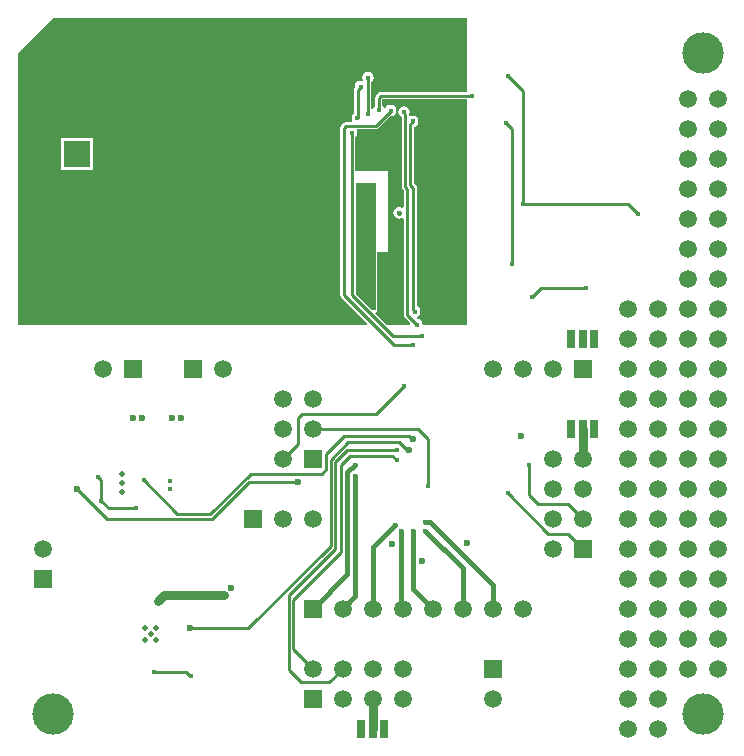
<source format=gbl>
G04*
G04 #@! TF.GenerationSoftware,Altium Limited,Altium Designer,20.1.11 (218)*
G04*
G04 Layer_Physical_Order=4*
G04 Layer_Color=16711680*
%FSLAX25Y25*%
%MOIN*%
G70*
G04*
G04 #@! TF.SameCoordinates,CF1E9CB3-0BC2-4E6C-9A0D-545EBE8527ED*
G04*
G04*
G04 #@! TF.FilePolarity,Positive*
G04*
G01*
G75*
%ADD11C,0.01000*%
%ADD85C,0.03000*%
%ADD87C,0.01500*%
%ADD91R,0.05906X0.05906*%
%ADD92C,0.05906*%
%ADD93R,0.05906X0.05906*%
%ADD94R,0.08661X0.08661*%
%ADD95C,0.08661*%
%ADD96C,0.01772*%
%ADD97C,0.02362*%
%ADD98C,0.01968*%
%ADD99C,0.02500*%
%ADD100C,0.13780*%
%ADD101R,0.03150X0.06299*%
G36*
X291339Y412122D02*
X262773D01*
X262344Y412036D01*
X261980Y411793D01*
X261980Y411793D01*
X261304Y411117D01*
X261061Y410753D01*
X260975Y410323D01*
X260975Y410323D01*
Y407547D01*
X260737Y407388D01*
X260375Y406847D01*
X260120Y406729D01*
X259792Y406671D01*
X259585Y406836D01*
Y415457D01*
X259860Y415640D01*
X260276Y416264D01*
X260423Y417000D01*
X260276Y417736D01*
X259860Y418360D01*
X259236Y418776D01*
X258500Y418923D01*
X257764Y418776D01*
X257140Y418360D01*
X256724Y417736D01*
X256577Y417000D01*
X256724Y416264D01*
X256404Y415842D01*
X256000Y415923D01*
X255264Y415776D01*
X254640Y415360D01*
X254224Y414736D01*
X254077Y414000D01*
X254139Y413688D01*
X253971Y413436D01*
X253886Y413007D01*
X253886Y413007D01*
Y404997D01*
X253624Y404823D01*
X253208Y404199D01*
X253061Y403463D01*
X253208Y402728D01*
X253265Y402641D01*
X253029Y402201D01*
X251177D01*
X250717Y402109D01*
X250328Y401849D01*
X249651Y401172D01*
X249391Y400783D01*
X249299Y400323D01*
Y344500D01*
X249391Y344041D01*
X249651Y343651D01*
X258194Y335108D01*
X258003Y334646D01*
X141732D01*
Y425197D01*
X141732D01*
X153543Y437008D01*
X291339D01*
Y412122D01*
D02*
G37*
G36*
X261000Y359000D02*
Y339500D01*
X259698D01*
X254500Y344698D01*
Y382000D01*
X261000D01*
Y359000D01*
D02*
G37*
G36*
X291339Y334646D02*
X276756D01*
X276735Y334671D01*
X276589Y335407D01*
X276172Y336031D01*
X275548Y336448D01*
X274937Y336569D01*
X274800Y336727D01*
X274785Y336840D01*
X274868Y337312D01*
X275360Y337640D01*
X275776Y338264D01*
X275923Y339000D01*
X275776Y339736D01*
X275360Y340360D01*
X274856Y340696D01*
Y380186D01*
X274764Y380645D01*
X274504Y381034D01*
X273756Y381782D01*
Y400504D01*
X274100Y400572D01*
X274724Y400989D01*
X275141Y401613D01*
X275287Y402349D01*
X275141Y403085D01*
X274724Y403708D01*
X274100Y404125D01*
X273364Y404272D01*
X272628Y404125D01*
X272318Y404519D01*
X272268Y404751D01*
X272276Y404764D01*
X272423Y405500D01*
X272276Y406236D01*
X271860Y406860D01*
X271236Y407276D01*
X270500Y407423D01*
X269764Y407276D01*
X269140Y406860D01*
X268724Y406236D01*
X268577Y405500D01*
X268724Y404764D01*
X269140Y404140D01*
X269700Y403766D01*
Y380599D01*
X269792Y380140D01*
X270052Y379750D01*
X270336Y379466D01*
Y373815D01*
X269836Y373548D01*
X269639Y373679D01*
X268903Y373826D01*
X268167Y373679D01*
X267544Y373263D01*
X267127Y372639D01*
X266980Y371903D01*
X267127Y371167D01*
X267544Y370544D01*
X268167Y370127D01*
X268903Y369980D01*
X269639Y370127D01*
X269836Y370258D01*
X270336Y369991D01*
Y337947D01*
X270427Y337488D01*
X270688Y337098D01*
X272640Y335146D01*
X272433Y334646D01*
X264552D01*
X260809Y338389D01*
X261038Y338866D01*
X261459Y339041D01*
X261649Y339500D01*
Y359000D01*
X265000D01*
Y386000D01*
X254201D01*
Y397034D01*
X254360Y397140D01*
X254776Y397764D01*
X254923Y398500D01*
X254776Y399236D01*
X254695Y399359D01*
X254930Y399799D01*
X261000D01*
X261459Y399891D01*
X261849Y400151D01*
X265812Y404114D01*
X266000Y404077D01*
X266736Y404224D01*
X267360Y404640D01*
X267776Y405264D01*
X267923Y406000D01*
X267776Y406736D01*
X267360Y407360D01*
X266736Y407776D01*
X266000Y407923D01*
X265264Y407776D01*
X264640Y407360D01*
X264336Y406904D01*
X264267Y406883D01*
X263799Y406896D01*
X263780Y406904D01*
X263456Y407388D01*
X263218Y407547D01*
Y409859D01*
X263238Y409878D01*
X291339D01*
Y334646D01*
D02*
G37*
%LPC*%
G36*
X166831Y396831D02*
X156169D01*
Y386169D01*
X166831D01*
Y396831D01*
D02*
G37*
%LPD*%
D11*
X236500Y305000D02*
X261176D01*
X270484Y314308D01*
X316000Y347000D02*
X331000D01*
X313000Y344000D02*
X316000Y347000D01*
X310000Y375000D02*
X345000D01*
X348500Y371500D01*
X310000Y375000D02*
Y412500D01*
X305000Y417500D02*
X310000Y412500D01*
X306500Y355000D02*
Y400000D01*
X304500Y402000D02*
X306500Y400000D01*
X253000Y344500D02*
X266760Y330740D01*
X276584D02*
X276619Y330705D01*
X266760Y330740D02*
X276584D01*
X253000Y344500D02*
Y398500D01*
X250500Y344500D02*
X267000Y328000D01*
X273500D01*
X271537Y337947D02*
X274812Y334671D01*
X271537Y337947D02*
Y379963D01*
X273655Y339345D02*
X274000Y339000D01*
X273655Y339345D02*
Y380186D01*
X250500Y344500D02*
Y400323D01*
X270901Y380599D02*
X271537Y379963D01*
X272556Y381285D02*
X273655Y380186D01*
X270500Y405333D02*
Y405500D01*
X270901Y380599D02*
Y404932D01*
X270500Y405333D02*
X270901Y404932D01*
X272556Y381285D02*
Y401373D01*
X273364Y402182D02*
Y402349D01*
X272556Y401373D02*
X273364Y402182D01*
X251177Y401000D02*
X261000D01*
X250500Y400323D02*
X251177Y401000D01*
X261000D02*
X266000Y406000D01*
X255007Y403486D02*
Y413007D01*
X254984Y403463D02*
X255007Y403486D01*
Y413007D02*
X256000Y414000D01*
X262097Y406029D02*
Y410323D01*
X258463Y404959D02*
Y416963D01*
X258500Y417000D01*
X272233Y297500D02*
X273233Y296500D01*
X252500Y291000D02*
X266500D01*
X271374Y293000D02*
X272000D01*
X268988Y295386D02*
X271374Y293000D01*
X246000Y289621D02*
X251764Y295386D01*
X244500Y291500D02*
X250500Y297500D01*
X251500Y293000D02*
X268000D01*
X275000Y300000D02*
X278343Y296657D01*
X273233Y296500D02*
X273500D01*
X249500Y288000D02*
X252500Y291000D01*
X240000Y300000D02*
X275000D01*
X266500Y291000D02*
X268000Y289500D01*
X247500Y289000D02*
X251500Y293000D01*
X278343Y280842D02*
Y296657D01*
X251764Y295386D02*
X268988D01*
X250500Y297500D02*
X272233D01*
X235000Y295000D02*
Y303500D01*
X236500Y305000D01*
X262773Y411000D02*
X293000D01*
X262097Y410323D02*
X262773Y411000D01*
X169500Y276000D02*
X172000Y273500D01*
X168500Y283791D02*
X169500Y282791D01*
X168500Y283791D02*
Y284000D01*
X197791Y219000D02*
X199291Y217500D01*
X243027Y285000D02*
X244500Y286473D01*
X169500Y276000D02*
Y282791D01*
X246000Y261000D02*
Y289621D01*
X233500Y226500D02*
Y243000D01*
X244500Y286473D02*
Y291500D01*
X249500Y259000D02*
Y288000D01*
X172000Y273500D02*
X181000D01*
X199291Y217500D02*
X199500D01*
X199000Y233500D02*
X218500D01*
X230000Y290000D02*
X235000Y295000D01*
X312000Y278000D02*
X315000Y275000D01*
X183672Y282807D02*
X194919Y271561D01*
X205939D02*
X219379Y285000D01*
X206500Y270000D02*
X218675Y282175D01*
X245547Y215547D02*
X250000Y220000D01*
X232000Y219586D02*
X236038Y215547D01*
X245547D01*
X233500Y226500D02*
X240000Y220000D01*
X233500Y243000D02*
X249500Y259000D01*
X312000Y278000D02*
Y288000D01*
X305000Y278500D02*
X318500Y265000D01*
X325000Y275000D02*
X330000Y270000D01*
X232000Y244500D02*
X247500Y260000D01*
X232000Y219586D02*
Y244500D01*
X325000Y265000D02*
X330000Y260000D01*
X247500D02*
Y289000D01*
X187000Y219000D02*
X197791D01*
X171500Y270000D02*
X206500D01*
X219379Y285000D02*
X243027D01*
X218675Y282175D02*
X235000D01*
X318500Y265000D02*
X325000D01*
X315000Y275000D02*
X325000D01*
X194919Y271561D02*
X205939D01*
X161547Y279953D02*
X171500Y270000D01*
X218500Y233500D02*
X246000Y261000D01*
D85*
X190352Y244352D02*
X210352D01*
X188500Y242500D02*
X190352Y244352D01*
X260000Y200000D02*
Y210000D01*
X330000Y290000D02*
Y300000D01*
D87*
X268806Y372000D02*
X268903Y371903D01*
X251500Y285469D02*
X254000Y287968D01*
X251500Y251500D02*
Y285469D01*
X269500Y266000D02*
X269552Y265948D01*
X277552Y268948D02*
X279052D01*
X277500Y269000D02*
X277552Y268948D01*
X250000Y240000D02*
X254181Y244181D01*
X269552Y240448D02*
X270000Y240000D01*
X290000D02*
Y253563D01*
X300000Y240000D02*
Y248000D01*
X260000Y240000D02*
Y260500D01*
X269552Y240448D02*
Y265948D01*
X273500Y246500D02*
Y266000D01*
X254181Y244181D02*
Y284181D01*
X240000Y240000D02*
X251500Y251500D01*
X273500Y246500D02*
X280000Y240000D01*
X277563Y266000D02*
X290000Y253563D01*
X260000Y260500D02*
X267500Y268000D01*
X279052Y268948D02*
X300000Y248000D01*
D91*
X220000Y270000D02*
D03*
X240000Y210000D02*
D03*
Y240000D02*
D03*
X180000Y320000D02*
D03*
X200000D02*
D03*
X330000D02*
D03*
D92*
X230000Y270000D02*
D03*
X240000D02*
D03*
X300000Y210000D02*
D03*
X230000Y290000D02*
D03*
X240000Y300000D02*
D03*
X230000D02*
D03*
X240000Y310000D02*
D03*
X230000D02*
D03*
X375000Y220000D02*
D03*
X365000D02*
D03*
X375000Y230000D02*
D03*
X365000D02*
D03*
X375000Y240000D02*
D03*
X365000D02*
D03*
X375000Y250000D02*
D03*
X365000D02*
D03*
X375000Y260000D02*
D03*
X365000D02*
D03*
X375000Y270000D02*
D03*
X365000D02*
D03*
X375000Y280000D02*
D03*
X365000D02*
D03*
X375000Y290000D02*
D03*
X365000D02*
D03*
X375000Y300000D02*
D03*
X365000D02*
D03*
X375000Y310000D02*
D03*
X365000D02*
D03*
X375000Y320000D02*
D03*
X365000D02*
D03*
X375000Y330000D02*
D03*
X365000D02*
D03*
X375000Y340000D02*
D03*
X365000D02*
D03*
X375000Y350000D02*
D03*
X365000D02*
D03*
X375000Y360000D02*
D03*
X365000D02*
D03*
X375000Y370000D02*
D03*
X365000D02*
D03*
X375000Y380000D02*
D03*
X365000D02*
D03*
X375000Y390000D02*
D03*
X365000D02*
D03*
X375000Y400000D02*
D03*
X365000D02*
D03*
X375000Y410000D02*
D03*
X365000D02*
D03*
X345000Y340000D02*
D03*
X355000D02*
D03*
X345000Y330000D02*
D03*
X355000D02*
D03*
X345000Y320000D02*
D03*
X355000D02*
D03*
X345000Y310000D02*
D03*
X355000D02*
D03*
X345000Y300000D02*
D03*
X355000D02*
D03*
X345000Y290000D02*
D03*
X355000D02*
D03*
X345000Y280000D02*
D03*
X355000D02*
D03*
X345000Y270000D02*
D03*
X355000D02*
D03*
X345000Y260000D02*
D03*
X355000D02*
D03*
X345000Y250000D02*
D03*
X355000D02*
D03*
X345000Y240000D02*
D03*
X355000D02*
D03*
X345000Y230000D02*
D03*
X355000D02*
D03*
X345000Y220000D02*
D03*
X355000D02*
D03*
X345000Y210000D02*
D03*
X355000D02*
D03*
X345000Y200000D02*
D03*
X355000D02*
D03*
X150000Y260000D02*
D03*
X240000Y220000D02*
D03*
X250000Y210000D02*
D03*
Y220000D02*
D03*
X260000Y210000D02*
D03*
Y220000D02*
D03*
X270000Y210000D02*
D03*
Y220000D02*
D03*
X320000Y260000D02*
D03*
X330000Y270000D02*
D03*
X320000D02*
D03*
X330000Y280000D02*
D03*
X320000D02*
D03*
X330000Y290000D02*
D03*
X320000D02*
D03*
X310000Y240000D02*
D03*
X300000D02*
D03*
X290000D02*
D03*
X280000D02*
D03*
X270000D02*
D03*
X260000D02*
D03*
X250000D02*
D03*
X170000Y320000D02*
D03*
X210000D02*
D03*
X320000D02*
D03*
X310000D02*
D03*
X300000D02*
D03*
D93*
Y220000D02*
D03*
X240000Y290000D02*
D03*
X150000Y250000D02*
D03*
X330000Y260000D02*
D03*
D94*
X161500Y391500D02*
D03*
D95*
X171539Y381461D02*
D03*
Y401539D02*
D03*
X151461D02*
D03*
Y381461D02*
D03*
D96*
X190500Y244000D02*
D03*
X270484Y314308D02*
D03*
X313000Y344000D02*
D03*
X348500Y371500D02*
D03*
X310000Y375000D02*
D03*
X305000Y417500D02*
D03*
X304500Y402000D02*
D03*
X276619Y330705D02*
D03*
X273500Y328000D02*
D03*
X274812Y334671D02*
D03*
X274000Y339000D02*
D03*
X275500Y389500D02*
D03*
X273364Y402349D02*
D03*
X268903Y371903D02*
D03*
X254984Y403463D02*
D03*
X253000Y398500D02*
D03*
X258463Y404959D02*
D03*
X262097Y406029D02*
D03*
X254000Y287968D02*
D03*
X293000Y411000D02*
D03*
X266000Y406000D02*
D03*
X258500Y417000D02*
D03*
X256000Y414000D02*
D03*
X331000Y347000D02*
D03*
X306500Y355000D02*
D03*
X270500Y405500D02*
D03*
X187000Y219000D02*
D03*
X188500Y242500D02*
D03*
X267500Y268000D02*
D03*
X268000Y293000D02*
D03*
X277500Y269000D02*
D03*
X181000Y273500D02*
D03*
X268000Y289500D02*
D03*
X269500Y266000D02*
D03*
X277563D02*
D03*
X169500Y276000D02*
D03*
X183672Y282807D02*
D03*
X168500Y284000D02*
D03*
X192366Y282634D02*
D03*
X254181Y284181D02*
D03*
X192366Y279866D02*
D03*
X199500Y217500D02*
D03*
X278343Y280842D02*
D03*
X273500Y266000D02*
D03*
X312000Y288000D02*
D03*
X305000Y278500D02*
D03*
D97*
X212920Y246920D02*
D03*
X210352Y244352D02*
D03*
X180000Y303500D02*
D03*
X196000D02*
D03*
X235000Y282175D02*
D03*
X276500Y256000D02*
D03*
X291500Y262000D02*
D03*
X272000Y293000D02*
D03*
X193000Y303500D02*
D03*
X183000D02*
D03*
X199000Y233500D02*
D03*
X273500Y296500D02*
D03*
X309453Y297547D02*
D03*
X266500Y261500D02*
D03*
X161547Y279953D02*
D03*
D98*
X260000Y394900D02*
D03*
X262700D02*
D03*
X265400D02*
D03*
X268000D02*
D03*
X260000Y392400D02*
D03*
X262700D02*
D03*
X265400D02*
D03*
X268000D02*
D03*
X260000Y389600D02*
D03*
X262700D02*
D03*
X265400D02*
D03*
X268000D02*
D03*
Y397500D02*
D03*
X265400D02*
D03*
X262700D02*
D03*
X260000D02*
D03*
X176376Y281937D02*
D03*
Y284890D02*
D03*
Y278984D02*
D03*
X186012Y231516D02*
D03*
X187980Y229547D02*
D03*
Y233484D02*
D03*
X184043D02*
D03*
Y229547D02*
D03*
D99*
X257000Y346000D02*
D03*
X259000Y343500D02*
D03*
X258000Y377500D02*
D03*
X256500Y380000D02*
D03*
D100*
X370079Y425197D02*
D03*
Y204724D02*
D03*
X153543D02*
D03*
Y425197D02*
D03*
D101*
X333799Y330000D02*
D03*
X326200D02*
D03*
X330000D02*
D03*
Y300000D02*
D03*
X326200D02*
D03*
X333799D02*
D03*
X260000Y200000D02*
D03*
X263800D02*
D03*
X256201D02*
D03*
M02*

</source>
